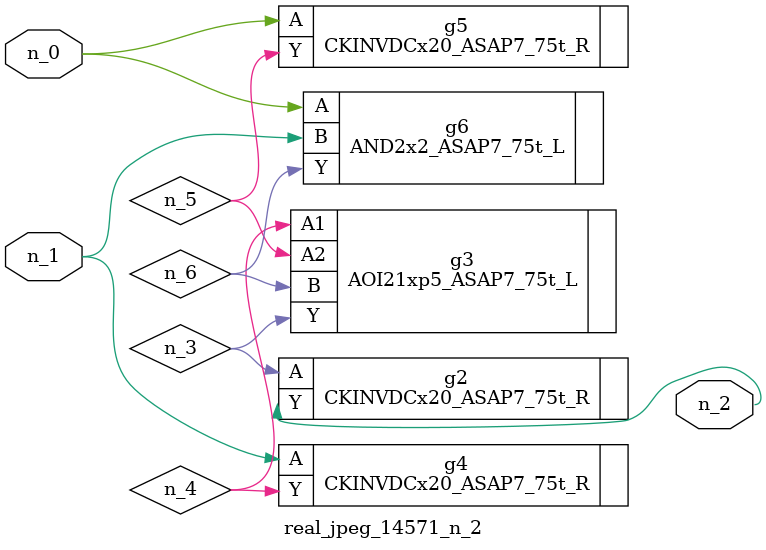
<source format=v>
module real_jpeg_14571_n_2 (n_1, n_0, n_2);

input n_1;
input n_0;

output n_2;

wire n_5;
wire n_4;
wire n_6;
wire n_3;

CKINVDCx20_ASAP7_75t_R g5 ( 
.A(n_0),
.Y(n_5)
);

AND2x2_ASAP7_75t_L g6 ( 
.A(n_0),
.B(n_1),
.Y(n_6)
);

CKINVDCx20_ASAP7_75t_R g4 ( 
.A(n_1),
.Y(n_4)
);

CKINVDCx20_ASAP7_75t_R g2 ( 
.A(n_3),
.Y(n_2)
);

AOI21xp5_ASAP7_75t_L g3 ( 
.A1(n_4),
.A2(n_5),
.B(n_6),
.Y(n_3)
);


endmodule
</source>
